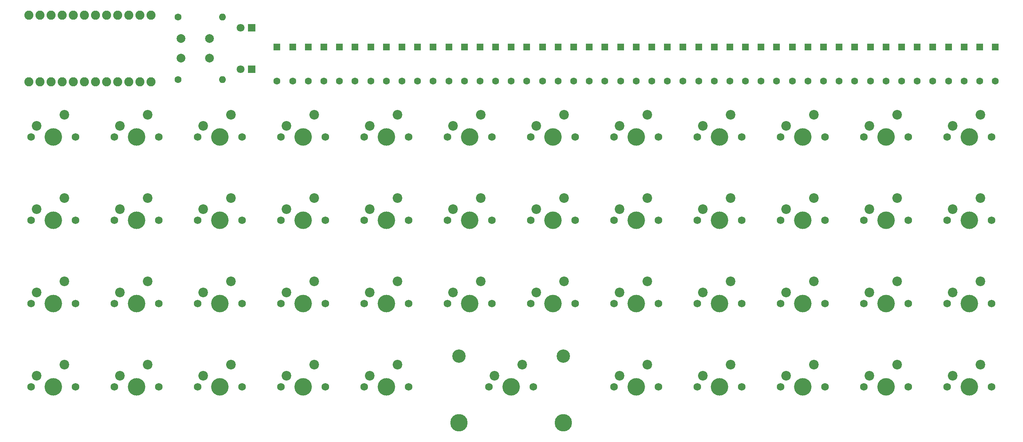
<source format=gbr>
%TF.GenerationSoftware,KiCad,Pcbnew,(5.1.12)-1*%
%TF.CreationDate,2022-01-30T22:31:33-08:00*%
%TF.ProjectId,ortho40,6f727468-6f34-4302-9e6b-696361645f70,rev?*%
%TF.SameCoordinates,Original*%
%TF.FileFunction,Soldermask,Bot*%
%TF.FilePolarity,Negative*%
%FSLAX46Y46*%
G04 Gerber Fmt 4.6, Leading zero omitted, Abs format (unit mm)*
G04 Created by KiCad (PCBNEW (5.1.12)-1) date 2022-01-30 22:31:33*
%MOMM*%
%LPD*%
G01*
G04 APERTURE LIST*
%ADD10C,1.750000*%
%ADD11C,4.000000*%
%ADD12C,2.200000*%
%ADD13C,2.000000*%
%ADD14C,2.082800*%
%ADD15O,1.600000X1.600000*%
%ADD16C,1.600000*%
%ADD17C,1.800000*%
%ADD18R,1.800000X1.800000*%
%ADD19R,1.600000X1.600000*%
%ADD20C,3.987800*%
%ADD21C,3.048000*%
G04 APERTURE END LIST*
D10*
%TO.C,K24*%
X5080000Y-38100160D03*
X-5080000Y-38100160D03*
D11*
X0Y-38100160D03*
D12*
X2540000Y-33020160D03*
X-3810000Y-35560160D03*
%TD*%
D10*
%TO.C,K1*%
X-99695440Y19050080D03*
X-109855440Y19050080D03*
D11*
X-104775440Y19050080D03*
D12*
X-108585440Y21590080D03*
X-102235440Y24130080D03*
%TD*%
D10*
%TO.C,K2*%
X-99695440Y0D03*
X-109855440Y0D03*
D11*
X-104775440Y0D03*
D12*
X-108585440Y2540000D03*
X-102235440Y5080000D03*
%TD*%
D10*
%TO.C,K5*%
X-80645360Y19050080D03*
X-90805360Y19050080D03*
D11*
X-85725360Y19050080D03*
D12*
X-89535360Y21590080D03*
X-83185360Y24130080D03*
%TD*%
D10*
%TO.C,K40*%
X90805360Y19050080D03*
X80645360Y19050080D03*
D11*
X85725360Y19050080D03*
D12*
X81915360Y21590080D03*
X88265360Y24130080D03*
%TD*%
D10*
%TO.C,K10*%
X-61595280Y0D03*
X-71755280Y0D03*
D11*
X-66675280Y0D03*
D12*
X-70485280Y2540000D03*
X-64135280Y5080000D03*
%TD*%
D10*
%TO.C,K47*%
X109855440Y-38100160D03*
X99695440Y-38100160D03*
D11*
X104775440Y-38100160D03*
D12*
X100965440Y-35560160D03*
X107315440Y-33020160D03*
%TD*%
D10*
%TO.C,K43*%
X90805360Y-38100160D03*
X80645360Y-38100160D03*
D11*
X85725360Y-38100160D03*
D12*
X81915360Y-35560160D03*
X88265360Y-33020160D03*
%TD*%
D10*
%TO.C,K39*%
X71755280Y-38100160D03*
X61595280Y-38100160D03*
D11*
X66675280Y-38100160D03*
D12*
X62865280Y-35560160D03*
X69215280Y-33020160D03*
%TD*%
D10*
%TO.C,K35*%
X52705200Y-38100160D03*
X42545200Y-38100160D03*
D11*
X47625200Y-38100160D03*
D12*
X43815200Y-35560160D03*
X50165200Y-33020160D03*
%TD*%
D10*
%TO.C,K31*%
X33655120Y-38100160D03*
X23495120Y-38100160D03*
D11*
X28575120Y-38100160D03*
D12*
X24765120Y-35560160D03*
X31115120Y-33020160D03*
%TD*%
D10*
%TO.C,K20*%
X-23495120Y-38100160D03*
X-33655120Y-38100160D03*
D11*
X-28575120Y-38100160D03*
D12*
X-32385120Y-35560160D03*
X-26035120Y-33020160D03*
%TD*%
D10*
%TO.C,K16*%
X-42545200Y-38100160D03*
X-52705200Y-38100160D03*
D11*
X-47625200Y-38100160D03*
D12*
X-51435200Y-35560160D03*
X-45085200Y-33020160D03*
%TD*%
D10*
%TO.C,K12*%
X-61595280Y-38100160D03*
X-71755280Y-38100160D03*
D11*
X-66675280Y-38100160D03*
D12*
X-70485280Y-35560160D03*
X-64135280Y-33020160D03*
%TD*%
D10*
%TO.C,K8*%
X-80645360Y-38100160D03*
X-90805360Y-38100160D03*
D11*
X-85725360Y-38100160D03*
D12*
X-89535360Y-35560160D03*
X-83185360Y-33020160D03*
%TD*%
D10*
%TO.C,K4*%
X-99695440Y-38100160D03*
X-109855440Y-38100160D03*
D11*
X-104775440Y-38100160D03*
D12*
X-108585440Y-35560160D03*
X-102235440Y-33020160D03*
%TD*%
D10*
%TO.C,K46*%
X109855440Y-19050080D03*
X99695440Y-19050080D03*
D11*
X104775440Y-19050080D03*
D12*
X100965440Y-16510080D03*
X107315440Y-13970080D03*
%TD*%
D10*
%TO.C,K42*%
X90805360Y-19050080D03*
X80645360Y-19050080D03*
D11*
X85725360Y-19050080D03*
D12*
X81915360Y-16510080D03*
X88265360Y-13970080D03*
%TD*%
D10*
%TO.C,K38*%
X71755280Y-19050080D03*
X61595280Y-19050080D03*
D11*
X66675280Y-19050080D03*
D12*
X62865280Y-16510080D03*
X69215280Y-13970080D03*
%TD*%
D10*
%TO.C,K34*%
X52705200Y-19050080D03*
X42545200Y-19050080D03*
D11*
X47625200Y-19050080D03*
D12*
X43815200Y-16510080D03*
X50165200Y-13970080D03*
%TD*%
D10*
%TO.C,K30*%
X33655120Y-19050080D03*
X23495120Y-19050080D03*
D11*
X28575120Y-19050080D03*
D12*
X24765120Y-16510080D03*
X31115120Y-13970080D03*
%TD*%
D10*
%TO.C,K27*%
X14605040Y-19050080D03*
X4445040Y-19050080D03*
D11*
X9525040Y-19050080D03*
D12*
X5715040Y-16510080D03*
X12065040Y-13970080D03*
%TD*%
D10*
%TO.C,K23*%
X-4445040Y-19050080D03*
X-14605040Y-19050080D03*
D11*
X-9525040Y-19050080D03*
D12*
X-13335040Y-16510080D03*
X-6985040Y-13970080D03*
%TD*%
D10*
%TO.C,K19*%
X-23495120Y-19050080D03*
X-33655120Y-19050080D03*
D11*
X-28575120Y-19050080D03*
D12*
X-32385120Y-16510080D03*
X-26035120Y-13970080D03*
%TD*%
D10*
%TO.C,K15*%
X-42545200Y-19050080D03*
X-52705200Y-19050080D03*
D11*
X-47625200Y-19050080D03*
D12*
X-51435200Y-16510080D03*
X-45085200Y-13970080D03*
%TD*%
D10*
%TO.C,K11*%
X-61595280Y-19050080D03*
X-71755280Y-19050080D03*
D11*
X-66675280Y-19050080D03*
D12*
X-70485280Y-16510080D03*
X-64135280Y-13970080D03*
%TD*%
D10*
%TO.C,K7*%
X-80645360Y-19050080D03*
X-90805360Y-19050080D03*
D11*
X-85725360Y-19050080D03*
D12*
X-89535360Y-16510080D03*
X-83185360Y-13970080D03*
%TD*%
D10*
%TO.C,K3*%
X-99695440Y-19050080D03*
X-109855440Y-19050080D03*
D11*
X-104775440Y-19050080D03*
D12*
X-108585440Y-16510080D03*
X-102235440Y-13970080D03*
%TD*%
D10*
%TO.C,K45*%
X109855440Y0D03*
X99695440Y0D03*
D11*
X104775440Y0D03*
D12*
X100965440Y2540000D03*
X107315440Y5080000D03*
%TD*%
D10*
%TO.C,K41*%
X90805360Y0D03*
X80645360Y0D03*
D11*
X85725360Y0D03*
D12*
X81915360Y2540000D03*
X88265360Y5080000D03*
%TD*%
D10*
%TO.C,K37*%
X71755280Y0D03*
X61595280Y0D03*
D11*
X66675280Y0D03*
D12*
X62865280Y2540000D03*
X69215280Y5080000D03*
%TD*%
D10*
%TO.C,K33*%
X52705200Y0D03*
X42545200Y0D03*
D11*
X47625200Y0D03*
D12*
X43815200Y2540000D03*
X50165200Y5080000D03*
%TD*%
D10*
%TO.C,K29*%
X33655120Y0D03*
X23495120Y0D03*
D11*
X28575120Y0D03*
D12*
X24765120Y2540000D03*
X31115120Y5080000D03*
%TD*%
D10*
%TO.C,K26*%
X14605040Y0D03*
X4445040Y0D03*
D11*
X9525040Y0D03*
D12*
X5715040Y2540000D03*
X12065040Y5080000D03*
%TD*%
D10*
%TO.C,K22*%
X-4445040Y0D03*
X-14605040Y0D03*
D11*
X-9525040Y0D03*
D12*
X-13335040Y2540000D03*
X-6985040Y5080000D03*
%TD*%
D10*
%TO.C,K18*%
X-23495120Y0D03*
X-33655120Y0D03*
D11*
X-28575120Y0D03*
D12*
X-32385120Y2540000D03*
X-26035120Y5080000D03*
%TD*%
D10*
%TO.C,K14*%
X-42545200Y0D03*
X-52705200Y0D03*
D11*
X-47625200Y0D03*
D12*
X-51435200Y2540000D03*
X-45085200Y5080000D03*
%TD*%
D10*
%TO.C,K6*%
X-80645360Y0D03*
X-90805360Y0D03*
D11*
X-85725360Y0D03*
D12*
X-89535360Y2540000D03*
X-83185360Y5080000D03*
%TD*%
D10*
%TO.C,K44*%
X109855440Y19050080D03*
X99695440Y19050080D03*
D11*
X104775440Y19050080D03*
D12*
X100965440Y21590080D03*
X107315440Y24130080D03*
%TD*%
D10*
%TO.C,K36*%
X71755280Y19050080D03*
X61595280Y19050080D03*
D11*
X66675280Y19050080D03*
D12*
X62865280Y21590080D03*
X69215280Y24130080D03*
%TD*%
D10*
%TO.C,K32*%
X52705200Y19050080D03*
X42545200Y19050080D03*
D11*
X47625200Y19050080D03*
D12*
X43815200Y21590080D03*
X50165200Y24130080D03*
%TD*%
D10*
%TO.C,K28*%
X33655120Y19050080D03*
X23495120Y19050080D03*
D11*
X28575120Y19050080D03*
D12*
X24765120Y21590080D03*
X31115120Y24130080D03*
%TD*%
D10*
%TO.C,K25*%
X14605040Y19050080D03*
X4445040Y19050080D03*
D11*
X9525040Y19050080D03*
D12*
X5715040Y21590080D03*
X12065040Y24130080D03*
%TD*%
D10*
%TO.C,K21*%
X-4445040Y19050080D03*
X-14605040Y19050080D03*
D11*
X-9525040Y19050080D03*
D12*
X-13335040Y21590080D03*
X-6985040Y24130080D03*
%TD*%
D10*
%TO.C,K17*%
X-23495120Y19050080D03*
X-33655120Y19050080D03*
D11*
X-28575120Y19050080D03*
D12*
X-32385120Y21590080D03*
X-26035120Y24130080D03*
%TD*%
D10*
%TO.C,K13*%
X-42545200Y19050080D03*
X-52705200Y19050080D03*
D11*
X-47625200Y19050080D03*
D12*
X-51435200Y21590080D03*
X-45085200Y24130080D03*
%TD*%
D10*
%TO.C,K9*%
X-61595280Y19050080D03*
X-71755280Y19050080D03*
D11*
X-66675280Y19050080D03*
D12*
X-70485280Y21590080D03*
X-64135280Y24130080D03*
%TD*%
D13*
%TO.C,SW1*%
X-69056540Y41547900D03*
X-69056540Y37047900D03*
X-75556540Y41547900D03*
X-75556540Y37047900D03*
%TD*%
D14*
%TO.C,U1*%
X-110331660Y31670790D03*
X-107791660Y31670790D03*
X-105251660Y31670790D03*
X-102711660Y31670790D03*
X-100171660Y31670790D03*
X-97631660Y31670790D03*
X-95091660Y31670790D03*
X-92551660Y31670790D03*
X-90011660Y31670790D03*
X-87471660Y31670790D03*
X-84931660Y31670790D03*
X-82391660Y31670790D03*
X-82391660Y46910790D03*
X-84931660Y46910790D03*
X-87471660Y46910790D03*
X-90011660Y46910790D03*
X-92551660Y46910790D03*
X-95091660Y46910790D03*
X-97631660Y46910790D03*
X-100171660Y46910790D03*
X-102711660Y46910790D03*
X-105251660Y46910790D03*
X-107791660Y46910790D03*
X-110331660Y46910790D03*
%TD*%
D15*
%TO.C,R1*%
X-66040320Y32147010D03*
D16*
X-76200320Y32147010D03*
%TD*%
D15*
%TO.C,R2*%
X-66040320Y46434570D03*
D16*
X-76200320Y46434570D03*
%TD*%
D17*
%TO.C,LED2*%
X-61912760Y44053310D03*
D18*
X-59372760Y44053310D03*
%TD*%
D16*
%TO.C,D2*%
X-50006460Y31818900D03*
D19*
X-50006460Y39618900D03*
%TD*%
D16*
%TO.C,D1*%
X-53578350Y31818900D03*
D19*
X-53578350Y39618900D03*
%TD*%
D16*
%TO.C,D47*%
X110728590Y31818900D03*
D19*
X110728590Y39618900D03*
%TD*%
D16*
%TO.C,D43*%
X96441030Y31818900D03*
D19*
X96441030Y39618900D03*
%TD*%
D16*
%TO.C,D39*%
X82153470Y31818900D03*
D19*
X82153470Y39618900D03*
%TD*%
D16*
%TO.C,D35*%
X67865910Y31818900D03*
D19*
X67865910Y39618900D03*
%TD*%
D16*
%TO.C,D31*%
X53578350Y31818900D03*
D19*
X53578350Y39618900D03*
%TD*%
D16*
%TO.C,D24*%
X28575120Y31818900D03*
D19*
X28575120Y39618900D03*
%TD*%
D16*
%TO.C,D20*%
X14287560Y31818900D03*
D19*
X14287560Y39618900D03*
%TD*%
D16*
%TO.C,D16*%
X0Y31818900D03*
D19*
X0Y39618900D03*
%TD*%
D16*
%TO.C,D12*%
X-14287560Y31818900D03*
D19*
X-14287560Y39618900D03*
%TD*%
D16*
%TO.C,D8*%
X-28575120Y31818900D03*
D19*
X-28575120Y39618900D03*
%TD*%
D16*
%TO.C,D4*%
X-42862680Y31818900D03*
D19*
X-42862680Y39618900D03*
%TD*%
D16*
%TO.C,D46*%
X107156700Y31818900D03*
D19*
X107156700Y39618900D03*
%TD*%
D16*
%TO.C,D42*%
X92869140Y31818900D03*
D19*
X92869140Y39618900D03*
%TD*%
D16*
%TO.C,D38*%
X78581580Y31818900D03*
D19*
X78581580Y39618900D03*
%TD*%
D16*
%TO.C,D34*%
X64294020Y31818900D03*
D19*
X64294020Y39618900D03*
%TD*%
D16*
%TO.C,D30*%
X50006460Y31818900D03*
D19*
X50006460Y39618900D03*
%TD*%
D16*
%TO.C,D27*%
X39290790Y31818900D03*
D19*
X39290790Y39618900D03*
%TD*%
D16*
%TO.C,D23*%
X25003230Y31818900D03*
D19*
X25003230Y39618900D03*
%TD*%
D16*
%TO.C,D19*%
X10715670Y31818900D03*
D19*
X10715670Y39618900D03*
%TD*%
D16*
%TO.C,D15*%
X-3571890Y31818900D03*
D19*
X-3571890Y39618900D03*
%TD*%
D16*
%TO.C,D11*%
X-17859450Y31818900D03*
D19*
X-17859450Y39618900D03*
%TD*%
D16*
%TO.C,D7*%
X-32147010Y31818900D03*
D19*
X-32147010Y39618900D03*
%TD*%
D16*
%TO.C,D3*%
X-46434570Y31818900D03*
D19*
X-46434570Y39618900D03*
%TD*%
D16*
%TO.C,D45*%
X103584810Y31818900D03*
D19*
X103584810Y39618900D03*
%TD*%
D16*
%TO.C,D41*%
X89297250Y31818900D03*
D19*
X89297250Y39618900D03*
%TD*%
D16*
%TO.C,D37*%
X75009690Y31818900D03*
D19*
X75009690Y39618900D03*
%TD*%
D16*
%TO.C,D33*%
X60722130Y31818900D03*
D19*
X60722130Y39618900D03*
%TD*%
D16*
%TO.C,D29*%
X46434570Y31818900D03*
D19*
X46434570Y39618900D03*
%TD*%
D16*
%TO.C,D26*%
X35718900Y31818900D03*
D19*
X35718900Y39618900D03*
%TD*%
D16*
%TO.C,D22*%
X21431340Y31818900D03*
D19*
X21431340Y39618900D03*
%TD*%
D16*
%TO.C,D18*%
X7143780Y31818900D03*
D19*
X7143780Y39618900D03*
%TD*%
D16*
%TO.C,D14*%
X-7143780Y31818900D03*
D19*
X-7143780Y39618900D03*
%TD*%
D16*
%TO.C,D10*%
X-21431340Y31818900D03*
D19*
X-21431340Y39618900D03*
%TD*%
D16*
%TO.C,D6*%
X-35718900Y31818900D03*
D19*
X-35718900Y39618900D03*
%TD*%
D16*
%TO.C,D44*%
X100012920Y31818900D03*
D19*
X100012920Y39618900D03*
%TD*%
D16*
%TO.C,D40*%
X85725360Y31818900D03*
D19*
X85725360Y39618900D03*
%TD*%
D16*
%TO.C,D36*%
X71437800Y31818900D03*
D19*
X71437800Y39618900D03*
%TD*%
D16*
%TO.C,D32*%
X57150240Y31818900D03*
D19*
X57150240Y39618900D03*
%TD*%
D16*
%TO.C,D28*%
X42862680Y31818900D03*
D19*
X42862680Y39618900D03*
%TD*%
D16*
%TO.C,D25*%
X32147010Y31818900D03*
D19*
X32147010Y39618900D03*
%TD*%
D16*
%TO.C,D21*%
X17859450Y31818900D03*
D19*
X17859450Y39618900D03*
%TD*%
D16*
%TO.C,D17*%
X3571890Y31818900D03*
D19*
X3571890Y39618900D03*
%TD*%
D16*
%TO.C,D13*%
X-10715670Y31818900D03*
D19*
X-10715670Y39618900D03*
%TD*%
D16*
%TO.C,D9*%
X-25003230Y31818900D03*
D19*
X-25003230Y39618900D03*
%TD*%
D16*
%TO.C,D5*%
X-39290790Y31818900D03*
D19*
X-39290790Y39618900D03*
%TD*%
D17*
%TO.C,LED1*%
X-61912760Y34528270D03*
D18*
X-59372760Y34528270D03*
%TD*%
D20*
%TO.C,ST1*%
X11938000Y-46325160D03*
X-11938000Y-46325160D03*
D21*
X11938000Y-31115160D03*
X-11938000Y-31115160D03*
%TD*%
M02*

</source>
